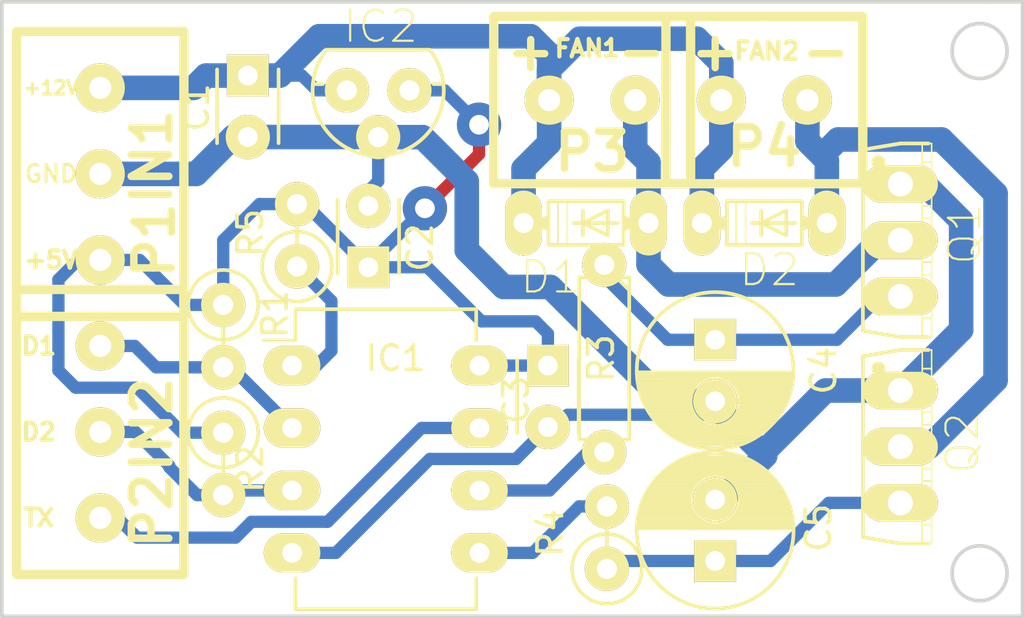
<source format=kicad_pcb>
(kicad_pcb (version 4) (host pcbnew 4.0.1-stable)

  (general
    (links 38)
    (no_connects 0)
    (area 59.908439 59.47765 101.575001 86.717857)
    (thickness 1.6)
    (drawings 18)
    (tracks 151)
    (zones 0)
    (modules 20)
    (nets 14)
  )

  (page A4)
  (layers
    (0 F.Cu signal)
    (31 B.Cu signal)
    (32 B.Adhes user hide)
    (33 F.Adhes user hide)
    (34 B.Paste user hide)
    (35 F.Paste user hide)
    (36 B.SilkS user)
    (37 F.SilkS user)
    (38 B.Mask user hide)
    (39 F.Mask user hide)
    (40 Dwgs.User user hide)
    (41 Cmts.User user hide)
    (42 Eco1.User user hide)
    (43 Eco2.User user hide)
    (44 Edge.Cuts user)
    (45 Margin user hide)
    (46 B.CrtYd user hide)
    (47 F.CrtYd user hide)
    (48 B.Fab user hide)
    (49 F.Fab user hide)
  )

  (setup
    (last_trace_width 0.5)
    (user_trace_width 1)
    (trace_clearance 0.2)
    (zone_clearance 0.508)
    (zone_45_only no)
    (trace_min 0.2)
    (segment_width 0.2)
    (edge_width 0.15)
    (via_size 1.6)
    (via_drill 0.8)
    (via_min_size 1.3)
    (via_min_drill 0.8)
    (user_via 1.8 0.8)
    (uvia_size 0.5)
    (uvia_drill 0.1)
    (uvias_allowed no)
    (uvia_min_size 0.5)
    (uvia_min_drill 0.1)
    (pcb_text_width 0.3)
    (pcb_text_size 1.5 1.5)
    (mod_edge_width 0.15)
    (mod_text_size 1 1)
    (mod_text_width 0.15)
    (pad_size 2 2)
    (pad_drill 0.9)
    (pad_to_mask_clearance 0.2)
    (aux_axis_origin 0 0)
    (visible_elements 7FFEFFFF)
    (pcbplotparams
      (layerselection 0x00030_80000001)
      (usegerberextensions false)
      (excludeedgelayer true)
      (linewidth 0.100000)
      (plotframeref false)
      (viasonmask false)
      (mode 1)
      (useauxorigin false)
      (hpglpennumber 1)
      (hpglpenspeed 20)
      (hpglpendiameter 15)
      (hpglpenoverlay 2)
      (psnegative false)
      (psa4output false)
      (plotreference true)
      (plotvalue true)
      (plotinvisibletext false)
      (padsonsilk false)
      (subtractmaskfromsilk false)
      (outputformat 1)
      (mirror false)
      (drillshape 1)
      (scaleselection 1)
      (outputdirectory ""))
  )

  (net 0 "")
  (net 1 VCC12V)
  (net 2 GND)
  (net 3 VCC5V)
  (net 4 "Net-(C4-Pad1)")
  (net 5 "Net-(C5-Pad1)")
  (net 6 "Net-(D1-Pad2)")
  (net 7 "Net-(D2-Pad2)")
  (net 8 "Net-(IC1-Pad1)")
  (net 9 DS1)
  (net 10 DS2)
  (net 11 FAN2)
  (net 12 FAN1)
  (net 13 TX)

  (net_class Default "Это класс цепей по умолчанию."
    (clearance 0.2)
    (trace_width 0.5)
    (via_dia 1.6)
    (via_drill 0.8)
    (uvia_dia 0.5)
    (uvia_drill 0.1)
    (add_net DS1)
    (add_net DS2)
    (add_net FAN1)
    (add_net FAN2)
    (add_net GND)
    (add_net "Net-(C4-Pad1)")
    (add_net "Net-(C5-Pad1)")
    (add_net "Net-(D1-Pad2)")
    (add_net "Net-(D2-Pad2)")
    (add_net "Net-(IC1-Pad1)")
    (add_net TX)
    (add_net VCC12V)
    (add_net VCC5V)
  )

  (net_class pow ""
    (clearance 0.5)
    (trace_width 1)
    (via_dia 1.6)
    (via_drill 0.8)
    (uvia_dia 0.5)
    (uvia_drill 0.1)
  )

  (module Capacitors_ThroughHole:C_Disc_D3_P2.5 (layer F.Cu) (tedit 56E499F6) (tstamp 56DF327C)
    (at 74.9 70.8 90)
    (descr "Capacitor 3mm Disc, Pitch 2.5mm")
    (tags Capacitor)
    (path /56DEF75B)
    (fp_text reference C2 (at 0.8 2.1 90) (layer F.SilkS)
      (effects (font (size 1 1) (thickness 0.15)))
    )
    (fp_text value 104 (at 1.25 2.5 90) (layer F.Fab)
      (effects (font (size 1 1) (thickness 0.15)))
    )
    (fp_line (start -0.9 -1.5) (end 3.4 -1.5) (layer F.CrtYd) (width 0.05))
    (fp_line (start 3.4 -1.5) (end 3.4 1.5) (layer F.CrtYd) (width 0.05))
    (fp_line (start 3.4 1.5) (end -0.9 1.5) (layer F.CrtYd) (width 0.05))
    (fp_line (start -0.9 1.5) (end -0.9 -1.5) (layer F.CrtYd) (width 0.05))
    (fp_line (start -0.25 -1.25) (end 2.75 -1.25) (layer F.SilkS) (width 0.15))
    (fp_line (start 2.75 1.25) (end -0.25 1.25) (layer F.SilkS) (width 0.15))
    (pad 1 thru_hole rect (at 0 0 90) (size 1.7 1.7) (drill 0.8) (layers *.Cu *.Mask F.SilkS)
      (net 3 VCC5V))
    (pad 2 thru_hole circle (at 2.5 0 90) (size 1.8 1.8) (drill 0.8001) (layers *.Cu *.Mask F.SilkS)
      (net 2 GND))
    (model Capacitors_ThroughHole.3dshapes/C_Disc_D3_P2.5.wrl
      (at (xyz 0.0492126 0 0))
      (scale (xyz 1 1 1))
      (rotate (xyz 0 0 0))
    )
  )

  (module Capacitors_ThroughHole:C_Disc_D3_P2.5 (layer F.Cu) (tedit 56E2380E) (tstamp 56DF3276)
    (at 70 63 270)
    (descr "Capacitor 3mm Disc, Pitch 2.5mm")
    (tags Capacitor)
    (path /56DEF856)
    (fp_text reference C1 (at 1.3 2.1 270) (layer F.SilkS)
      (effects (font (size 1 1) (thickness 0.15)))
    )
    (fp_text value 104 (at 1.25 2.5 270) (layer F.Fab)
      (effects (font (size 1 1) (thickness 0.15)))
    )
    (fp_line (start -0.9 -1.5) (end 3.4 -1.5) (layer F.CrtYd) (width 0.05))
    (fp_line (start 3.4 -1.5) (end 3.4 1.5) (layer F.CrtYd) (width 0.05))
    (fp_line (start 3.4 1.5) (end -0.9 1.5) (layer F.CrtYd) (width 0.05))
    (fp_line (start -0.9 1.5) (end -0.9 -1.5) (layer F.CrtYd) (width 0.05))
    (fp_line (start -0.25 -1.25) (end 2.75 -1.25) (layer F.SilkS) (width 0.15))
    (fp_line (start 2.75 1.25) (end -0.25 1.25) (layer F.SilkS) (width 0.15))
    (pad 1 thru_hole rect (at 0 0 270) (size 1.7 1.7) (drill 0.8) (layers *.Cu *.Mask F.SilkS)
      (net 1 VCC12V))
    (pad 2 thru_hole circle (at 2.5 0 270) (size 1.8 1.8) (drill 0.8001) (layers *.Cu *.Mask F.SilkS)
      (net 2 GND))
    (model Capacitors_ThroughHole.3dshapes/C_Disc_D3_P2.5.wrl
      (at (xyz 0.0492126 0 0))
      (scale (xyz 1 1 1))
      (rotate (xyz 0 0 0))
    )
  )

  (module Capacitors_ThroughHole:C_Disc_D3_P2.5 (layer F.Cu) (tedit 56E33564) (tstamp 56DF3282)
    (at 82.2 74.8 270)
    (descr "Capacitor 3mm Disc, Pitch 2.5mm")
    (tags Capacitor)
    (path /56DEF59A)
    (fp_text reference C3 (at 1.4 1.3 270) (layer F.SilkS)
      (effects (font (size 1 1) (thickness 0.15)))
    )
    (fp_text value 104 (at 1.25 2.5 270) (layer F.Fab)
      (effects (font (size 1 1) (thickness 0.15)))
    )
    (fp_line (start -0.9 -1.5) (end 3.4 -1.5) (layer F.CrtYd) (width 0.05))
    (fp_line (start 3.4 -1.5) (end 3.4 1.5) (layer F.CrtYd) (width 0.05))
    (fp_line (start 3.4 1.5) (end -0.9 1.5) (layer F.CrtYd) (width 0.05))
    (fp_line (start -0.9 1.5) (end -0.9 -1.5) (layer F.CrtYd) (width 0.05))
    (fp_line (start -0.25 -1.25) (end 2.75 -1.25) (layer F.SilkS) (width 0.15))
    (fp_line (start 2.75 1.25) (end -0.25 1.25) (layer F.SilkS) (width 0.15))
    (pad 1 thru_hole rect (at 0 0 270) (size 1.7 1.7) (drill 0.8) (layers *.Cu *.Mask F.SilkS)
      (net 3 VCC5V))
    (pad 2 thru_hole circle (at 2.5 0 270) (size 1.8 1.8) (drill 0.8001) (layers *.Cu *.Mask F.SilkS)
      (net 2 GND))
    (model Capacitors_ThroughHole.3dshapes/C_Disc_D3_P2.5.wrl
      (at (xyz 0.0492126 0 0))
      (scale (xyz 1 1 1))
      (rotate (xyz 0 0 0))
    )
  )

  (module Capacitors_ThroughHole:C_Radial_D6.3_L11.2_P2.5 (layer F.Cu) (tedit 56E4999E) (tstamp 56DF3288)
    (at 89 73.75 270)
    (descr "Radial Electrolytic Capacitor, Diameter 6.3mm x Length 11.2mm, Pitch 2.5mm")
    (tags "Electrolytic Capacitor")
    (path /56DEF6F4)
    (fp_text reference C4 (at 1.25 -4.4 270) (layer F.SilkS)
      (effects (font (size 1 1) (thickness 0.15)))
    )
    (fp_text value "100,0 x 16v" (at 1.25 4.4 270) (layer F.Fab)
      (effects (font (size 1 1) (thickness 0.15)))
    )
    (fp_line (start 1.325 -3.149) (end 1.325 3.149) (layer F.SilkS) (width 0.15))
    (fp_line (start 1.465 -3.143) (end 1.465 3.143) (layer F.SilkS) (width 0.15))
    (fp_line (start 1.605 -3.13) (end 1.605 -0.446) (layer F.SilkS) (width 0.15))
    (fp_line (start 1.605 0.446) (end 1.605 3.13) (layer F.SilkS) (width 0.15))
    (fp_line (start 1.745 -3.111) (end 1.745 -0.656) (layer F.SilkS) (width 0.15))
    (fp_line (start 1.745 0.656) (end 1.745 3.111) (layer F.SilkS) (width 0.15))
    (fp_line (start 1.885 -3.085) (end 1.885 -0.789) (layer F.SilkS) (width 0.15))
    (fp_line (start 1.885 0.789) (end 1.885 3.085) (layer F.SilkS) (width 0.15))
    (fp_line (start 2.025 -3.053) (end 2.025 -0.88) (layer F.SilkS) (width 0.15))
    (fp_line (start 2.025 0.88) (end 2.025 3.053) (layer F.SilkS) (width 0.15))
    (fp_line (start 2.165 -3.014) (end 2.165 -0.942) (layer F.SilkS) (width 0.15))
    (fp_line (start 2.165 0.942) (end 2.165 3.014) (layer F.SilkS) (width 0.15))
    (fp_line (start 2.305 -2.968) (end 2.305 -0.981) (layer F.SilkS) (width 0.15))
    (fp_line (start 2.305 0.981) (end 2.305 2.968) (layer F.SilkS) (width 0.15))
    (fp_line (start 2.445 -2.915) (end 2.445 -0.998) (layer F.SilkS) (width 0.15))
    (fp_line (start 2.445 0.998) (end 2.445 2.915) (layer F.SilkS) (width 0.15))
    (fp_line (start 2.585 -2.853) (end 2.585 -0.996) (layer F.SilkS) (width 0.15))
    (fp_line (start 2.585 0.996) (end 2.585 2.853) (layer F.SilkS) (width 0.15))
    (fp_line (start 2.725 -2.783) (end 2.725 -0.974) (layer F.SilkS) (width 0.15))
    (fp_line (start 2.725 0.974) (end 2.725 2.783) (layer F.SilkS) (width 0.15))
    (fp_line (start 2.865 -2.704) (end 2.865 -0.931) (layer F.SilkS) (width 0.15))
    (fp_line (start 2.865 0.931) (end 2.865 2.704) (layer F.SilkS) (width 0.15))
    (fp_line (start 3.005 -2.616) (end 3.005 -0.863) (layer F.SilkS) (width 0.15))
    (fp_line (start 3.005 0.863) (end 3.005 2.616) (layer F.SilkS) (width 0.15))
    (fp_line (start 3.145 -2.516) (end 3.145 -0.764) (layer F.SilkS) (width 0.15))
    (fp_line (start 3.145 0.764) (end 3.145 2.516) (layer F.SilkS) (width 0.15))
    (fp_line (start 3.285 -2.404) (end 3.285 -0.619) (layer F.SilkS) (width 0.15))
    (fp_line (start 3.285 0.619) (end 3.285 2.404) (layer F.SilkS) (width 0.15))
    (fp_line (start 3.425 -2.279) (end 3.425 -0.38) (layer F.SilkS) (width 0.15))
    (fp_line (start 3.425 0.38) (end 3.425 2.279) (layer F.SilkS) (width 0.15))
    (fp_line (start 3.565 -2.136) (end 3.565 2.136) (layer F.SilkS) (width 0.15))
    (fp_line (start 3.705 -1.974) (end 3.705 1.974) (layer F.SilkS) (width 0.15))
    (fp_line (start 3.845 -1.786) (end 3.845 1.786) (layer F.SilkS) (width 0.15))
    (fp_line (start 3.985 -1.563) (end 3.985 1.563) (layer F.SilkS) (width 0.15))
    (fp_line (start 4.125 -1.287) (end 4.125 1.287) (layer F.SilkS) (width 0.15))
    (fp_line (start 4.265 -0.912) (end 4.265 0.912) (layer F.SilkS) (width 0.15))
    (fp_circle (center 2.5 0) (end 2.5 -1) (layer F.SilkS) (width 0.15))
    (fp_circle (center 1.25 0) (end 1.25 -3.1875) (layer F.SilkS) (width 0.15))
    (fp_circle (center 1.25 0) (end 1.25 -3.4) (layer F.CrtYd) (width 0.05))
    (pad 2 thru_hole circle (at 2.5 0 270) (size 1.8 1.8) (drill 0.8) (layers *.Cu *.Mask F.SilkS)
      (net 2 GND))
    (pad 1 thru_hole rect (at 0 0 270) (size 1.7 1.7) (drill 0.8) (layers *.Cu *.Mask F.SilkS)
      (net 4 "Net-(C4-Pad1)"))
    (model Capacitors_ThroughHole.3dshapes/C_Radial_D6.3_L11.2_P2.5.wrl
      (at (xyz 0 0 0))
      (scale (xyz 1 1 1))
      (rotate (xyz 0 0 0))
    )
  )

  (module Capacitors_ThroughHole:C_Radial_D6.3_L11.2_P2.5 (layer F.Cu) (tedit 56E23746) (tstamp 56DF328E)
    (at 89 82.75 90)
    (descr "Radial Electrolytic Capacitor, Diameter 6.3mm x Length 11.2mm, Pitch 2.5mm")
    (tags "Electrolytic Capacitor")
    (path /56DEF659)
    (fp_text reference C5 (at 1.35 4.2 90) (layer F.SilkS)
      (effects (font (size 1 1) (thickness 0.15)))
    )
    (fp_text value "100,0 x 16v" (at 1.25 4.4 90) (layer F.Fab)
      (effects (font (size 1 1) (thickness 0.15)))
    )
    (fp_line (start 1.325 -3.149) (end 1.325 3.149) (layer F.SilkS) (width 0.15))
    (fp_line (start 1.465 -3.143) (end 1.465 3.143) (layer F.SilkS) (width 0.15))
    (fp_line (start 1.605 -3.13) (end 1.605 -0.446) (layer F.SilkS) (width 0.15))
    (fp_line (start 1.605 0.446) (end 1.605 3.13) (layer F.SilkS) (width 0.15))
    (fp_line (start 1.745 -3.111) (end 1.745 -0.656) (layer F.SilkS) (width 0.15))
    (fp_line (start 1.745 0.656) (end 1.745 3.111) (layer F.SilkS) (width 0.15))
    (fp_line (start 1.885 -3.085) (end 1.885 -0.789) (layer F.SilkS) (width 0.15))
    (fp_line (start 1.885 0.789) (end 1.885 3.085) (layer F.SilkS) (width 0.15))
    (fp_line (start 2.025 -3.053) (end 2.025 -0.88) (layer F.SilkS) (width 0.15))
    (fp_line (start 2.025 0.88) (end 2.025 3.053) (layer F.SilkS) (width 0.15))
    (fp_line (start 2.165 -3.014) (end 2.165 -0.942) (layer F.SilkS) (width 0.15))
    (fp_line (start 2.165 0.942) (end 2.165 3.014) (layer F.SilkS) (width 0.15))
    (fp_line (start 2.305 -2.968) (end 2.305 -0.981) (layer F.SilkS) (width 0.15))
    (fp_line (start 2.305 0.981) (end 2.305 2.968) (layer F.SilkS) (width 0.15))
    (fp_line (start 2.445 -2.915) (end 2.445 -0.998) (layer F.SilkS) (width 0.15))
    (fp_line (start 2.445 0.998) (end 2.445 2.915) (layer F.SilkS) (width 0.15))
    (fp_line (start 2.585 -2.853) (end 2.585 -0.996) (layer F.SilkS) (width 0.15))
    (fp_line (start 2.585 0.996) (end 2.585 2.853) (layer F.SilkS) (width 0.15))
    (fp_line (start 2.725 -2.783) (end 2.725 -0.974) (layer F.SilkS) (width 0.15))
    (fp_line (start 2.725 0.974) (end 2.725 2.783) (layer F.SilkS) (width 0.15))
    (fp_line (start 2.865 -2.704) (end 2.865 -0.931) (layer F.SilkS) (width 0.15))
    (fp_line (start 2.865 0.931) (end 2.865 2.704) (layer F.SilkS) (width 0.15))
    (fp_line (start 3.005 -2.616) (end 3.005 -0.863) (layer F.SilkS) (width 0.15))
    (fp_line (start 3.005 0.863) (end 3.005 2.616) (layer F.SilkS) (width 0.15))
    (fp_line (start 3.145 -2.516) (end 3.145 -0.764) (layer F.SilkS) (width 0.15))
    (fp_line (start 3.145 0.764) (end 3.145 2.516) (layer F.SilkS) (width 0.15))
    (fp_line (start 3.285 -2.404) (end 3.285 -0.619) (layer F.SilkS) (width 0.15))
    (fp_line (start 3.285 0.619) (end 3.285 2.404) (layer F.SilkS) (width 0.15))
    (fp_line (start 3.425 -2.279) (end 3.425 -0.38) (layer F.SilkS) (width 0.15))
    (fp_line (start 3.425 0.38) (end 3.425 2.279) (layer F.SilkS) (width 0.15))
    (fp_line (start 3.565 -2.136) (end 3.565 2.136) (layer F.SilkS) (width 0.15))
    (fp_line (start 3.705 -1.974) (end 3.705 1.974) (layer F.SilkS) (width 0.15))
    (fp_line (start 3.845 -1.786) (end 3.845 1.786) (layer F.SilkS) (width 0.15))
    (fp_line (start 3.985 -1.563) (end 3.985 1.563) (layer F.SilkS) (width 0.15))
    (fp_line (start 4.125 -1.287) (end 4.125 1.287) (layer F.SilkS) (width 0.15))
    (fp_line (start 4.265 -0.912) (end 4.265 0.912) (layer F.SilkS) (width 0.15))
    (fp_circle (center 2.5 0) (end 2.5 -1) (layer F.SilkS) (width 0.15))
    (fp_circle (center 1.25 0) (end 1.25 -3.1875) (layer F.SilkS) (width 0.15))
    (fp_circle (center 1.25 0) (end 1.25 -3.4) (layer F.CrtYd) (width 0.05))
    (pad 2 thru_hole circle (at 2.5 0 90) (size 1.8 1.8) (drill 0.8) (layers *.Cu *.Mask F.SilkS)
      (net 2 GND))
    (pad 1 thru_hole rect (at 0 0 90) (size 1.7 1.7) (drill 0.8) (layers *.Cu *.Mask F.SilkS)
      (net 5 "Net-(C5-Pad1)"))
    (model Capacitors_ThroughHole.3dshapes/C_Radial_D6.3_L11.2_P2.5.wrl
      (at (xyz 0 0 0))
      (scale (xyz 1 1 1))
      (rotate (xyz 0 0 0))
    )
  )

  (module Housings_DIP:DIP-8_W7.62mm_LongPads (layer F.Cu) (tedit 56E237BF) (tstamp 56DF32A6)
    (at 71.8 74.8)
    (descr "8-lead dip package, row spacing 7.62 mm (300 mils), longer pads")
    (tags "dil dip 2.54 300")
    (path /56DEF1A3)
    (fp_text reference IC1 (at 4.2 -0.3) (layer F.SilkS)
      (effects (font (size 1 1) (thickness 0.15)))
    )
    (fp_text value ATTINY85-P (at 0 -3.72) (layer F.Fab)
      (effects (font (size 1 1) (thickness 0.15)))
    )
    (fp_line (start -1.4 -2.45) (end -1.4 10.1) (layer F.CrtYd) (width 0.05))
    (fp_line (start 9 -2.45) (end 9 10.1) (layer F.CrtYd) (width 0.05))
    (fp_line (start -1.4 -2.45) (end 9 -2.45) (layer F.CrtYd) (width 0.05))
    (fp_line (start -1.4 10.1) (end 9 10.1) (layer F.CrtYd) (width 0.05))
    (fp_line (start 0.135 -2.295) (end 0.135 -1.025) (layer F.SilkS) (width 0.15))
    (fp_line (start 7.485 -2.295) (end 7.485 -1.025) (layer F.SilkS) (width 0.15))
    (fp_line (start 7.485 9.915) (end 7.485 8.645) (layer F.SilkS) (width 0.15))
    (fp_line (start 0.135 9.915) (end 0.135 8.645) (layer F.SilkS) (width 0.15))
    (fp_line (start 0.135 -2.295) (end 7.485 -2.295) (layer F.SilkS) (width 0.15))
    (fp_line (start 0.135 9.915) (end 7.485 9.915) (layer F.SilkS) (width 0.15))
    (fp_line (start 0.135 -1.025) (end -1.15 -1.025) (layer F.SilkS) (width 0.15))
    (pad 1 thru_hole oval (at 0 0) (size 2.3 1.6) (drill 0.8) (layers *.Cu *.Mask F.SilkS)
      (net 8 "Net-(IC1-Pad1)"))
    (pad 2 thru_hole oval (at 0 2.54) (size 2.3 1.6) (drill 0.8) (layers *.Cu *.Mask F.SilkS)
      (net 9 DS1))
    (pad 3 thru_hole oval (at 0 5.08) (size 2.3 1.6) (drill 0.8) (layers *.Cu *.Mask F.SilkS)
      (net 10 DS2))
    (pad 4 thru_hole oval (at 0 7.62) (size 2.3 1.6) (drill 0.8) (layers *.Cu *.Mask F.SilkS)
      (net 2 GND))
    (pad 5 thru_hole oval (at 7.62 7.62) (size 2.3 1.6) (drill 0.8) (layers *.Cu *.Mask F.SilkS)
      (net 11 FAN2))
    (pad 6 thru_hole oval (at 7.62 5.08) (size 2.3 1.6) (drill 0.8) (layers *.Cu *.Mask F.SilkS)
      (net 12 FAN1))
    (pad 7 thru_hole oval (at 7.62 2.54) (size 2.3 1.6) (drill 0.8) (layers *.Cu *.Mask F.SilkS)
      (net 13 TX))
    (pad 8 thru_hole oval (at 7.62 0) (size 2.3 1.6) (drill 0.8) (layers *.Cu *.Mask F.SilkS)
      (net 3 VCC5V))
    (model Housings_DIP.3dshapes/DIP-8_W7.62mm_LongPads.wrl
      (at (xyz 0 0 0))
      (scale (xyz 1 1 1))
      (rotate (xyz 0 0 0))
    )
  )

  (module conn_dg350:DG350-3.5_3pin (layer F.Cu) (tedit 56E49A1F) (tstamp 56DF32B9)
    (at 64 67 270)
    (path /56DEFBC8)
    (fp_text reference P1 (at 2.7 -2.2 270) (layer F.SilkS)
      (effects (font (thickness 0.3048)))
    )
    (fp_text value IN1 (at -0.7 -2.1 270) (layer F.SilkS)
      (effects (font (thickness 0.3048)))
    )
    (fp_line (start 0 -3.40106) (end -5.79882 -3.40106) (layer F.SilkS) (width 0.381))
    (fp_line (start -5.79882 -3.40106) (end -5.79882 3.40106) (layer F.SilkS) (width 0.381))
    (fp_line (start -5.79882 3.40106) (end 5.79882 3.40106) (layer F.SilkS) (width 0.381))
    (fp_line (start 5.79882 3.40106) (end 5.79882 -3.40106) (layer F.SilkS) (width 0.381))
    (fp_line (start 5.79882 -3.40106) (end 0.09906 -3.40106) (layer F.SilkS) (width 0.381))
    (pad 1 thru_hole circle (at -3.50012 0 270) (size 2 2) (drill 0.9) (layers *.Cu *.Mask F.SilkS)
      (net 1 VCC12V))
    (pad 2 thru_hole circle (at 0 0 270) (size 2 2) (drill 0.9) (layers *.Cu *.Mask F.SilkS)
      (net 2 GND))
    (pad 3 thru_hole circle (at 3.50012 0 270) (size 2 2) (drill 0.9) (layers *.Cu *.Mask F.SilkS)
      (net 3 VCC5V))
  )

  (module conn_dg350:DG350-3.5_3pin (layer F.Cu) (tedit 56E239CA) (tstamp 56DF32C5)
    (at 64 77.5 270)
    (path /56DEFCBC)
    (fp_text reference P2 (at 3.2 -2.1 270) (layer F.SilkS)
      (effects (font (thickness 0.3048)))
    )
    (fp_text value IN2 (at -0.3 -2.1 270) (layer F.SilkS)
      (effects (font (thickness 0.3048)))
    )
    (fp_line (start 0 -3.40106) (end -5.79882 -3.40106) (layer F.SilkS) (width 0.381))
    (fp_line (start -5.79882 -3.40106) (end -5.79882 3.40106) (layer F.SilkS) (width 0.381))
    (fp_line (start -5.79882 3.40106) (end 5.79882 3.40106) (layer F.SilkS) (width 0.381))
    (fp_line (start 5.79882 3.40106) (end 5.79882 -3.40106) (layer F.SilkS) (width 0.381))
    (fp_line (start 5.79882 -3.40106) (end 0.09906 -3.40106) (layer F.SilkS) (width 0.381))
    (pad 1 thru_hole circle (at -3.50012 0 270) (size 2 2) (drill 0.9) (layers *.Cu *.Mask F.SilkS)
      (net 9 DS1))
    (pad 2 thru_hole circle (at 0 0 270) (size 2 2) (drill 0.9) (layers *.Cu *.Mask F.SilkS)
      (net 10 DS2))
    (pad 3 thru_hole circle (at 3.50012 0 270) (size 2 2) (drill 0.9) (layers *.Cu *.Mask F.SilkS)
      (net 13 TX))
  )

  (module conn_dg350:DG350-3.5_2pin (layer F.Cu) (tedit 56E49A70) (tstamp 56DF32D0)
    (at 84 64)
    (path /56DEFA80)
    (fp_text reference P3 (at 0 2.1) (layer F.SilkS)
      (effects (font (thickness 0.3048)))
    )
    (fp_text value FAN1 (at -0.2 -2.1) (layer F.SilkS)
      (effects (font (size 0.7 0.7) (thickness 0.175)))
    )
    (fp_line (start 0 -3.40106) (end -4.0005 -3.40106) (layer F.SilkS) (width 0.381))
    (fp_line (start -4.0005 -3.40106) (end -4.0005 3.40106) (layer F.SilkS) (width 0.381))
    (fp_line (start -4.0005 3.40106) (end 4.0005 3.40106) (layer F.SilkS) (width 0.381))
    (fp_line (start 4.0005 3.40106) (end 4.0005 -3.40106) (layer F.SilkS) (width 0.381))
    (fp_line (start 4.0005 -3.40106) (end 0 -3.40106) (layer F.SilkS) (width 0.381))
    (pad 1 thru_hole circle (at -1.75006 0) (size 2 2) (drill 0.9) (layers *.Cu *.Mask F.SilkS)
      (net 1 VCC12V))
    (pad 2 thru_hole circle (at 1.75006 0) (size 2 2) (drill 0.9) (layers *.Cu *.Mask F.SilkS)
      (net 6 "Net-(D1-Pad2)"))
  )

  (module conn_dg350:DG350-3.5_2pin (layer F.Cu) (tedit 56E2627D) (tstamp 56DF32DB)
    (at 91 64)
    (path /56DEFB67)
    (fp_text reference P4 (at 0 1.9) (layer F.SilkS)
      (effects (font (thickness 0.3048)))
    )
    (fp_text value FAN2 (at 0.1 -2) (layer F.SilkS)
      (effects (font (size 0.7 0.7) (thickness 0.175)))
    )
    (fp_line (start 0 -3.40106) (end -4.0005 -3.40106) (layer F.SilkS) (width 0.381))
    (fp_line (start -4.0005 -3.40106) (end -4.0005 3.40106) (layer F.SilkS) (width 0.381))
    (fp_line (start -4.0005 3.40106) (end 4.0005 3.40106) (layer F.SilkS) (width 0.381))
    (fp_line (start 4.0005 3.40106) (end 4.0005 -3.40106) (layer F.SilkS) (width 0.381))
    (fp_line (start 4.0005 -3.40106) (end 0 -3.40106) (layer F.SilkS) (width 0.381))
    (pad 1 thru_hole circle (at -1.75006 0) (size 2 2) (drill 0.9) (layers *.Cu *.Mask F.SilkS)
      (net 1 VCC12V))
    (pad 2 thru_hole circle (at 1.75006 0) (size 2 2) (drill 0.9) (layers *.Cu *.Mask F.SilkS)
      (net 7 "Net-(D2-Pad2)"))
  )

  (module transistor-pnp:transistor-pnp-TO126V (layer F.Cu) (tedit 56E23A72) (tstamp 56DF32E2)
    (at 97.8 69.7 270)
    (descr TO-126)
    (tags TO-126)
    (path /56DEF083)
    (attr virtual)
    (fp_text reference Q1 (at -0.25 -1.35 270) (layer F.SilkS)
      (effects (font (size 1.27 1.27) (thickness 0.0889)))
    )
    (fp_text value BD139 (at -0.1778 5.6896 270) (layer B.SilkS) hide
      (effects (font (size 1.27 1.27) (thickness 0.0889)) (justify mirror))
    )
    (fp_line (start -3.937 0.381) (end -3.175 0.381) (layer F.SilkS) (width 0.06604))
    (fp_line (start -3.175 0.381) (end -3.175 0) (layer F.SilkS) (width 0.06604))
    (fp_line (start -3.937 0) (end -3.175 0) (layer F.SilkS) (width 0.06604))
    (fp_line (start -3.937 0.381) (end -3.937 0) (layer F.SilkS) (width 0.06604))
    (fp_line (start -1.397 0.381) (end -0.889 0.381) (layer F.SilkS) (width 0.06604))
    (fp_line (start -0.889 0.381) (end -0.889 0) (layer F.SilkS) (width 0.06604))
    (fp_line (start -1.397 0) (end -0.889 0) (layer F.SilkS) (width 0.06604))
    (fp_line (start -1.397 0.381) (end -1.397 0) (layer F.SilkS) (width 0.06604))
    (fp_line (start 0.889 0.381) (end 1.397 0.381) (layer F.SilkS) (width 0.06604))
    (fp_line (start 1.397 0.381) (end 1.397 0) (layer F.SilkS) (width 0.06604))
    (fp_line (start 0.889 0) (end 1.397 0) (layer F.SilkS) (width 0.06604))
    (fp_line (start 0.889 0.381) (end 0.889 0) (layer F.SilkS) (width 0.06604))
    (fp_line (start 3.175 0.381) (end 3.937 0.381) (layer F.SilkS) (width 0.06604))
    (fp_line (start 3.937 0.381) (end 3.937 0) (layer F.SilkS) (width 0.06604))
    (fp_line (start 3.175 0) (end 3.937 0) (layer F.SilkS) (width 0.06604))
    (fp_line (start 3.175 0.381) (end 3.175 0) (layer F.SilkS) (width 0.06604))
    (fp_line (start -3.175 0.381) (end -1.397 0.381) (layer F.SilkS) (width 0.06604))
    (fp_line (start -1.397 0.381) (end -1.397 0) (layer F.SilkS) (width 0.06604))
    (fp_line (start -3.175 0) (end -1.397 0) (layer F.SilkS) (width 0.06604))
    (fp_line (start -3.175 0.381) (end -3.175 0) (layer F.SilkS) (width 0.06604))
    (fp_line (start -0.889 0.381) (end 0.889 0.381) (layer F.SilkS) (width 0.06604))
    (fp_line (start 0.889 0.381) (end 0.889 0) (layer F.SilkS) (width 0.06604))
    (fp_line (start -0.889 0) (end 0.889 0) (layer F.SilkS) (width 0.06604))
    (fp_line (start -0.889 0.381) (end -0.889 0) (layer F.SilkS) (width 0.06604))
    (fp_line (start 1.397 0.381) (end 3.175 0.381) (layer F.SilkS) (width 0.06604))
    (fp_line (start 3.175 0.381) (end 3.175 0) (layer F.SilkS) (width 0.06604))
    (fp_line (start 1.397 0) (end 3.175 0) (layer F.SilkS) (width 0.06604))
    (fp_line (start 1.397 0.381) (end 1.397 0) (layer F.SilkS) (width 0.06604))
    (fp_line (start -3.937 0.127) (end -3.937 1.27) (layer F.SilkS) (width 0.1524))
    (fp_line (start -3.937 1.27) (end -3.683 2.794) (layer F.SilkS) (width 0.1524))
    (fp_line (start 3.683 2.794) (end 3.937 1.27) (layer F.SilkS) (width 0.1524))
    (fp_line (start 3.937 1.27) (end 3.937 0.127) (layer F.SilkS) (width 0.1524))
    (fp_line (start -3.683 2.794) (end -2.794 2.794) (layer F.SilkS) (width 0.1524))
    (fp_line (start -2.794 2.794) (end -1.778 2.794) (layer F.SilkS) (width 0.1524))
    (fp_line (start -1.778 2.794) (end -0.508 2.794) (layer F.SilkS) (width 0.1524))
    (fp_line (start -0.508 2.794) (end 0.508 2.794) (layer F.SilkS) (width 0.1524))
    (fp_line (start 0.508 2.794) (end 1.778 2.794) (layer F.SilkS) (width 0.1524))
    (fp_line (start 1.778 2.794) (end 2.794 2.794) (layer F.SilkS) (width 0.1524))
    (fp_line (start 2.794 2.794) (end 3.683 2.794) (layer F.SilkS) (width 0.1524))
    (fp_circle (center -3.175 2.159) (end -3.3782 2.3622) (layer F.SilkS) (width 0))
    (pad 1 thru_hole oval (at -2.286 1.27 270) (size 1.524 3.048) (drill 1.016) (layers *.Cu F.Paste F.SilkS F.Mask)
      (net 2 GND))
    (pad 2 thru_hole oval (at 0 1.27 270) (size 1.524 3.048) (drill 1.016) (layers *.Cu F.Paste F.SilkS F.Mask)
      (net 6 "Net-(D1-Pad2)"))
    (pad 3 thru_hole oval (at 2.286 1.27 270) (size 1.524 3.048) (drill 1.016) (layers *.Cu F.Paste F.SilkS F.Mask)
      (net 4 "Net-(C4-Pad1)"))
  )

  (module transistor-pnp:transistor-pnp-TO126V (layer F.Cu) (tedit 56E23A8C) (tstamp 56DF32E9)
    (at 97.8 78.1 270)
    (descr TO-126)
    (tags TO-126)
    (path /56DEF146)
    (attr virtual)
    (fp_text reference Q2 (at -0.15 -1.25 270) (layer F.SilkS)
      (effects (font (size 1.27 1.27) (thickness 0.0889)))
    )
    (fp_text value BD139 (at -0.1778 5.6896 270) (layer B.SilkS) hide
      (effects (font (size 1.27 1.27) (thickness 0.0889)) (justify mirror))
    )
    (fp_line (start -3.937 0.381) (end -3.175 0.381) (layer F.SilkS) (width 0.06604))
    (fp_line (start -3.175 0.381) (end -3.175 0) (layer F.SilkS) (width 0.06604))
    (fp_line (start -3.937 0) (end -3.175 0) (layer F.SilkS) (width 0.06604))
    (fp_line (start -3.937 0.381) (end -3.937 0) (layer F.SilkS) (width 0.06604))
    (fp_line (start -1.397 0.381) (end -0.889 0.381) (layer F.SilkS) (width 0.06604))
    (fp_line (start -0.889 0.381) (end -0.889 0) (layer F.SilkS) (width 0.06604))
    (fp_line (start -1.397 0) (end -0.889 0) (layer F.SilkS) (width 0.06604))
    (fp_line (start -1.397 0.381) (end -1.397 0) (layer F.SilkS) (width 0.06604))
    (fp_line (start 0.889 0.381) (end 1.397 0.381) (layer F.SilkS) (width 0.06604))
    (fp_line (start 1.397 0.381) (end 1.397 0) (layer F.SilkS) (width 0.06604))
    (fp_line (start 0.889 0) (end 1.397 0) (layer F.SilkS) (width 0.06604))
    (fp_line (start 0.889 0.381) (end 0.889 0) (layer F.SilkS) (width 0.06604))
    (fp_line (start 3.175 0.381) (end 3.937 0.381) (layer F.SilkS) (width 0.06604))
    (fp_line (start 3.937 0.381) (end 3.937 0) (layer F.SilkS) (width 0.06604))
    (fp_line (start 3.175 0) (end 3.937 0) (layer F.SilkS) (width 0.06604))
    (fp_line (start 3.175 0.381) (end 3.175 0) (layer F.SilkS) (width 0.06604))
    (fp_line (start -3.175 0.381) (end -1.397 0.381) (layer F.SilkS) (width 0.06604))
    (fp_line (start -1.397 0.381) (end -1.397 0) (layer F.SilkS) (width 0.06604))
    (fp_line (start -3.175 0) (end -1.397 0) (layer F.SilkS) (width 0.06604))
    (fp_line (start -3.175 0.381) (end -3.175 0) (layer F.SilkS) (width 0.06604))
    (fp_line (start -0.889 0.381) (end 0.889 0.381) (layer F.SilkS) (width 0.06604))
    (fp_line (start 0.889 0.381) (end 0.889 0) (layer F.SilkS) (width 0.06604))
    (fp_line (start -0.889 0) (end 0.889 0) (layer F.SilkS) (width 0.06604))
    (fp_line (start -0.889 0.381) (end -0.889 0) (layer F.SilkS) (width 0.06604))
    (fp_line (start 1.397 0.381) (end 3.175 0.381) (layer F.SilkS) (width 0.06604))
    (fp_line (start 3.175 0.381) (end 3.175 0) (layer F.SilkS) (width 0.06604))
    (fp_line (start 1.397 0) (end 3.175 0) (layer F.SilkS) (width 0.06604))
    (fp_line (start 1.397 0.381) (end 1.397 0) (layer F.SilkS) (width 0.06604))
    (fp_line (start -3.937 0.127) (end -3.937 1.27) (layer F.SilkS) (width 0.1524))
    (fp_line (start -3.937 1.27) (end -3.683 2.794) (layer F.SilkS) (width 0.1524))
    (fp_line (start 3.683 2.794) (end 3.937 1.27) (layer F.SilkS) (width 0.1524))
    (fp_line (start 3.937 1.27) (end 3.937 0.127) (layer F.SilkS) (width 0.1524))
    (fp_line (start -3.683 2.794) (end -2.794 2.794) (layer F.SilkS) (width 0.1524))
    (fp_line (start -2.794 2.794) (end -1.778 2.794) (layer F.SilkS) (width 0.1524))
    (fp_line (start -1.778 2.794) (end -0.508 2.794) (layer F.SilkS) (width 0.1524))
    (fp_line (start -0.508 2.794) (end 0.508 2.794) (layer F.SilkS) (width 0.1524))
    (fp_line (start 0.508 2.794) (end 1.778 2.794) (layer F.SilkS) (width 0.1524))
    (fp_line (start 1.778 2.794) (end 2.794 2.794) (layer F.SilkS) (width 0.1524))
    (fp_line (start 2.794 2.794) (end 3.683 2.794) (layer F.SilkS) (width 0.1524))
    (fp_circle (center -3.175 2.159) (end -3.3782 2.3622) (layer F.SilkS) (width 0))
    (pad 1 thru_hole oval (at -2.286 1.27 270) (size 1.524 3.048) (drill 1.016) (layers *.Cu F.Paste F.SilkS F.Mask)
      (net 2 GND))
    (pad 2 thru_hole oval (at 0 1.27 270) (size 1.524 3.048) (drill 1.016) (layers *.Cu F.Paste F.SilkS F.Mask)
      (net 7 "Net-(D2-Pad2)"))
    (pad 3 thru_hole oval (at 2.286 1.27 270) (size 1.524 3.048) (drill 1.016) (layers *.Cu F.Paste F.SilkS F.Mask)
      (net 5 "Net-(C5-Pad1)"))
  )

  (module Discret:R1 (layer F.Cu) (tedit 56E333C1) (tstamp 56DF32EF)
    (at 69 73.6 270)
    (descr "Resistance verticale")
    (tags R)
    (path /56DEF392)
    (fp_text reference R1 (at -0.9 -2.1 270) (layer F.SilkS)
      (effects (font (size 1 1) (thickness 0.15)))
    )
    (fp_text value 4K7 (at -1.143 2.54 270) (layer F.Fab)
      (effects (font (size 1 1) (thickness 0.15)))
    )
    (fp_line (start -1.27 0) (end 1.27 0) (layer F.SilkS) (width 0.15))
    (fp_circle (center -1.27 0) (end -0.635 1.27) (layer F.SilkS) (width 0.15))
    (pad 1 thru_hole circle (at -1.27 0 270) (size 1.8 1.8) (drill 0.8128) (layers *.Cu *.Mask F.SilkS)
      (net 3 VCC5V))
    (pad 2 thru_hole circle (at 1.27 0 270) (size 1.8 1.8) (drill 0.8128) (layers *.Cu *.Mask F.SilkS)
      (net 9 DS1))
    (model Discret.3dshapes/R1.wrl
      (at (xyz 0 0 0))
      (scale (xyz 1 1 1))
      (rotate (xyz 0 0 0))
    )
  )

  (module Discret:R1 (layer F.Cu) (tedit 56E23A21) (tstamp 56DF32F5)
    (at 69 78.8 270)
    (descr "Resistance verticale")
    (tags R)
    (path /56DEF481)
    (fp_text reference R2 (at 0.2 -1.1 270) (layer F.SilkS)
      (effects (font (size 1 1) (thickness 0.15)))
    )
    (fp_text value 4K7 (at -1.143 2.54 270) (layer F.Fab)
      (effects (font (size 1 1) (thickness 0.15)))
    )
    (fp_line (start -1.27 0) (end 1.27 0) (layer F.SilkS) (width 0.15))
    (fp_circle (center -1.27 0) (end -0.635 1.27) (layer F.SilkS) (width 0.15))
    (pad 1 thru_hole circle (at -1.27 0 270) (size 1.8 1.8) (drill 0.8128) (layers *.Cu *.Mask F.SilkS)
      (net 3 VCC5V))
    (pad 2 thru_hole circle (at 1.27 0 270) (size 1.8 1.8) (drill 0.8128) (layers *.Cu *.Mask F.SilkS)
      (net 10 DS2))
    (model Discret.3dshapes/R1.wrl
      (at (xyz 0 0 0))
      (scale (xyz 1 1 1))
      (rotate (xyz 0 0 0))
    )
  )

  (module v-reg:v-reg-78LXX (layer F.Cu) (tedit 56E49A39) (tstamp 56E0BBE0)
    (at 75.3 63.6 180)
    (descr "VOLTAGE REGULATOR")
    (tags "VOLTAGE REGULATOR")
    (path /56E0078F)
    (attr virtual)
    (fp_text reference IC2 (at -0.1 2.6 180) (layer F.SilkS)
      (effects (font (size 1.27 1.27) (thickness 0.0889)))
    )
    (fp_text value 78L05 (at 6.35 -1.27 180) (layer B.SilkS) hide
      (effects (font (size 1.27 1.27) (thickness 0.0889)) (justify mirror))
    )
    (fp_line (start -2.09296 1.651) (end 2.09296 1.651) (layer F.SilkS) (width 0.1524))
    (fp_line (start -2.6543 0.254) (end -2.25298 0.254) (layer F.SilkS) (width 0.1524))
    (fp_line (start 2.25298 0.254) (end 2.6543 0.254) (layer F.SilkS) (width 0.1524))
    (fp_arc (start 0 0) (end -2.09296 1.651) (angle 111) (layer F.SilkS) (width 0.1524))
    (fp_arc (start 0 0) (end 0.78486 -2.54762) (angle 111) (layer F.SilkS) (width 0.1524))
    (fp_arc (start 0 0) (end -0.78486 -2.54762) (angle 34.2) (layer F.SilkS) (width 0.1524))
    (pad GND thru_hole circle (at 0 -1.905 180) (size 1.8 1.8) (drill 0.8128) (layers *.Cu F.Paste F.SilkS F.Mask)
      (net 2 GND))
    (pad IN thru_hole circle (at 1.27 0 180) (size 1.8 1.8) (drill 0.8128) (layers *.Cu F.Paste F.SilkS F.Mask)
      (net 1 VCC12V))
    (pad OUT thru_hole circle (at -1.27 0 180) (size 1.8 1.8) (drill 0.8128) (layers *.Cu F.Paste F.SilkS F.Mask)
      (net 3 VCC5V))
  )

  (module diode:diode-DO34-5 (layer F.Cu) (tedit 56E499BD) (tstamp 56E1F66A)
    (at 83.75 69)
    (descr DIODE)
    (tags DIODE)
    (path /56DEF97E)
    (attr virtual)
    (fp_text reference D1 (at -1.45 2.2) (layer F.SilkS)
      (effects (font (size 1.27 1.27) (thickness 0.0889)))
    )
    (fp_text value 1N4148 (at 2.159 1.905) (layer B.SilkS) hide
      (effects (font (size 1.27 1.27) (thickness 0.0889)) (justify mirror))
    )
    (fp_line (start -1.143 0.889) (end -0.762 0.889) (layer F.SilkS) (width 0.06604))
    (fp_line (start -0.762 0.889) (end -0.762 -0.889) (layer F.SilkS) (width 0.06604))
    (fp_line (start -1.143 -0.889) (end -0.762 -0.889) (layer F.SilkS) (width 0.06604))
    (fp_line (start -1.143 0.889) (end -1.143 -0.889) (layer F.SilkS) (width 0.06604))
    (fp_line (start -1.651 0.254) (end -1.524 0.254) (layer F.SilkS) (width 0.06604))
    (fp_line (start -1.524 0.254) (end -1.524 -0.254) (layer F.SilkS) (width 0.06604))
    (fp_line (start -1.651 -0.254) (end -1.524 -0.254) (layer F.SilkS) (width 0.06604))
    (fp_line (start -1.651 0.254) (end -1.651 -0.254) (layer F.SilkS) (width 0.06604))
    (fp_line (start 1.524 0.254) (end 1.651 0.254) (layer F.SilkS) (width 0.06604))
    (fp_line (start 1.651 0.254) (end 1.651 -0.254) (layer F.SilkS) (width 0.06604))
    (fp_line (start 1.524 -0.254) (end 1.651 -0.254) (layer F.SilkS) (width 0.06604))
    (fp_line (start 1.524 0.254) (end 1.524 -0.254) (layer F.SilkS) (width 0.06604))
    (fp_line (start -1.524 0.889) (end 1.524 0.889) (layer F.SilkS) (width 0.1524))
    (fp_line (start 1.524 -0.889) (end -1.524 -0.889) (layer F.SilkS) (width 0.1524))
    (fp_line (start 1.524 0.889) (end 1.524 -0.889) (layer F.SilkS) (width 0.1524))
    (fp_line (start -1.524 -0.889) (end -1.524 0.889) (layer F.SilkS) (width 0.1524))
    (fp_line (start 2.54 0) (end 1.778 0) (layer F.SilkS) (width 0.508))
    (fp_line (start -2.54 0) (end -1.778 0) (layer F.SilkS) (width 0.508))
    (fp_line (start -0.508 0) (end -0.127 0) (layer F.SilkS) (width 0.1524))
    (fp_line (start 0.889 -0.508) (end 0.889 0.508) (layer F.SilkS) (width 0.1524))
    (fp_line (start 0.889 0.508) (end -0.127 0) (layer F.SilkS) (width 0.1524))
    (fp_line (start -0.127 0) (end 1.27 0) (layer F.SilkS) (width 0.1524))
    (fp_line (start -0.127 0) (end 0.889 -0.508) (layer F.SilkS) (width 0.1524))
    (fp_line (start -0.127 -0.508) (end -0.127 0) (layer F.SilkS) (width 0.1524))
    (fp_line (start -0.127 0) (end -0.127 0.508) (layer F.SilkS) (width 0.1524))
    (pad 2 thru_hole oval (at 2.54 0) (size 1.5 2.6416) (drill 0.8128) (layers *.Cu F.Paste F.SilkS F.Mask)
      (net 6 "Net-(D1-Pad2)"))
    (pad 1 thru_hole oval (at -2.54 0) (size 1.5 2.6416) (drill 0.8128) (layers *.Cu F.Paste F.SilkS F.Mask)
      (net 1 VCC12V))
  )

  (module diode:diode-DO34-5 (layer F.Cu) (tedit 56E2375B) (tstamp 56E1F670)
    (at 91 69)
    (descr DIODE)
    (tags DIODE)
    (path /56DEFA31)
    (attr virtual)
    (fp_text reference D2 (at 0.2 1.9) (layer F.SilkS)
      (effects (font (size 1.27 1.27) (thickness 0.0889)))
    )
    (fp_text value 1N4148 (at 2.159 1.905) (layer B.SilkS) hide
      (effects (font (size 1.27 1.27) (thickness 0.0889)) (justify mirror))
    )
    (fp_line (start -1.143 0.889) (end -0.762 0.889) (layer F.SilkS) (width 0.06604))
    (fp_line (start -0.762 0.889) (end -0.762 -0.889) (layer F.SilkS) (width 0.06604))
    (fp_line (start -1.143 -0.889) (end -0.762 -0.889) (layer F.SilkS) (width 0.06604))
    (fp_line (start -1.143 0.889) (end -1.143 -0.889) (layer F.SilkS) (width 0.06604))
    (fp_line (start -1.651 0.254) (end -1.524 0.254) (layer F.SilkS) (width 0.06604))
    (fp_line (start -1.524 0.254) (end -1.524 -0.254) (layer F.SilkS) (width 0.06604))
    (fp_line (start -1.651 -0.254) (end -1.524 -0.254) (layer F.SilkS) (width 0.06604))
    (fp_line (start -1.651 0.254) (end -1.651 -0.254) (layer F.SilkS) (width 0.06604))
    (fp_line (start 1.524 0.254) (end 1.651 0.254) (layer F.SilkS) (width 0.06604))
    (fp_line (start 1.651 0.254) (end 1.651 -0.254) (layer F.SilkS) (width 0.06604))
    (fp_line (start 1.524 -0.254) (end 1.651 -0.254) (layer F.SilkS) (width 0.06604))
    (fp_line (start 1.524 0.254) (end 1.524 -0.254) (layer F.SilkS) (width 0.06604))
    (fp_line (start -1.524 0.889) (end 1.524 0.889) (layer F.SilkS) (width 0.1524))
    (fp_line (start 1.524 -0.889) (end -1.524 -0.889) (layer F.SilkS) (width 0.1524))
    (fp_line (start 1.524 0.889) (end 1.524 -0.889) (layer F.SilkS) (width 0.1524))
    (fp_line (start -1.524 -0.889) (end -1.524 0.889) (layer F.SilkS) (width 0.1524))
    (fp_line (start 2.54 0) (end 1.778 0) (layer F.SilkS) (width 0.508))
    (fp_line (start -2.54 0) (end -1.778 0) (layer F.SilkS) (width 0.508))
    (fp_line (start -0.508 0) (end -0.127 0) (layer F.SilkS) (width 0.1524))
    (fp_line (start 0.889 -0.508) (end 0.889 0.508) (layer F.SilkS) (width 0.1524))
    (fp_line (start 0.889 0.508) (end -0.127 0) (layer F.SilkS) (width 0.1524))
    (fp_line (start -0.127 0) (end 1.27 0) (layer F.SilkS) (width 0.1524))
    (fp_line (start -0.127 0) (end 0.889 -0.508) (layer F.SilkS) (width 0.1524))
    (fp_line (start -0.127 -0.508) (end -0.127 0) (layer F.SilkS) (width 0.1524))
    (fp_line (start -0.127 0) (end -0.127 0.508) (layer F.SilkS) (width 0.1524))
    (pad 2 thru_hole oval (at 2.54 0) (size 1.5 2.6416) (drill 0.8128) (layers *.Cu F.Paste F.SilkS F.Mask)
      (net 7 "Net-(D2-Pad2)"))
    (pad 1 thru_hole oval (at -2.54 0) (size 1.5 2.6416) (drill 0.8128) (layers *.Cu F.Paste F.SilkS F.Mask)
      (net 1 VCC12V))
  )

  (module Discret:R3 (layer F.Cu) (tedit 56E49957) (tstamp 56E20E69)
    (at 84.49 74.51 270)
    (descr "Resitance 3 pas")
    (tags R)
    (path /56DEF1EE)
    (fp_text reference R3 (at 0 0.127 270) (layer F.SilkS)
      (effects (font (size 1 1) (thickness 0.15)))
    )
    (fp_text value 1K (at 0 0.127 270) (layer F.Fab)
      (effects (font (size 1 1) (thickness 0.15)))
    )
    (fp_line (start -3.81 0) (end -3.302 0) (layer F.SilkS) (width 0.15))
    (fp_line (start 3.81 0) (end 3.302 0) (layer F.SilkS) (width 0.15))
    (fp_line (start 3.302 0) (end 3.302 -1.016) (layer F.SilkS) (width 0.15))
    (fp_line (start 3.302 -1.016) (end -3.302 -1.016) (layer F.SilkS) (width 0.15))
    (fp_line (start -3.302 -1.016) (end -3.302 1.016) (layer F.SilkS) (width 0.15))
    (fp_line (start -3.302 1.016) (end 3.302 1.016) (layer F.SilkS) (width 0.15))
    (fp_line (start 3.302 1.016) (end 3.302 0) (layer F.SilkS) (width 0.15))
    (fp_line (start -3.302 -0.508) (end -2.794 -1.016) (layer F.SilkS) (width 0.15))
    (pad 1 thru_hole circle (at -3.81 0 270) (size 1.8 1.8) (drill 0.8128) (layers *.Cu *.Mask F.SilkS)
      (net 4 "Net-(C4-Pad1)"))
    (pad 2 thru_hole circle (at 3.81 0 270) (size 1.8 1.8) (drill 0.8128) (layers *.Cu *.Mask F.SilkS)
      (net 12 FAN1))
    (model Discret.3dshapes/R3.wrl
      (at (xyz 0 0 0))
      (scale (xyz 0.3 0.3 0.3))
      (rotate (xyz 0 0 0))
    )
  )

  (module Discret:R1 (layer F.Cu) (tedit 56E49979) (tstamp 56E20EC7)
    (at 84.6 81.8 90)
    (descr "Resistance verticale")
    (tags R)
    (path /56DEF2FF)
    (fp_text reference R4 (at 0.2 -2.3 90) (layer F.SilkS)
      (effects (font (size 1 1) (thickness 0.15)))
    )
    (fp_text value 1K (at -1.143 2.54 90) (layer F.Fab)
      (effects (font (size 1 1) (thickness 0.15)))
    )
    (fp_line (start -1.27 0) (end 1.27 0) (layer F.SilkS) (width 0.15))
    (fp_circle (center -1.27 0) (end -0.635 1.27) (layer F.SilkS) (width 0.15))
    (pad 1 thru_hole circle (at -1.27 0 90) (size 1.8 1.8) (drill 0.8128) (layers *.Cu *.Mask F.SilkS)
      (net 5 "Net-(C5-Pad1)"))
    (pad 2 thru_hole circle (at 1.27 0 90) (size 1.8 1.8) (drill 0.8128) (layers *.Cu *.Mask F.SilkS)
      (net 11 FAN2))
    (model Discret.3dshapes/R1.wrl
      (at (xyz 0 0 0))
      (scale (xyz 1 1 1))
      (rotate (xyz 0 0 0))
    )
  )

  (module Discret:R1 (layer F.Cu) (tedit 56E499E0) (tstamp 56E21F02)
    (at 72 69.5 90)
    (descr "Resistance verticale")
    (tags R)
    (path /56DF26F3)
    (fp_text reference R5 (at 0.1 -1.9 90) (layer F.SilkS)
      (effects (font (size 1 1) (thickness 0.15)))
    )
    (fp_text value 10K (at -1.143 2.54 90) (layer F.Fab)
      (effects (font (size 1 1) (thickness 0.15)))
    )
    (fp_line (start -1.27 0) (end 1.27 0) (layer F.SilkS) (width 0.15))
    (fp_circle (center -1.27 0) (end -0.635 1.27) (layer F.SilkS) (width 0.15))
    (pad 1 thru_hole circle (at -1.27 0 90) (size 1.8 1.8) (drill 0.8128) (layers *.Cu *.Mask F.SilkS)
      (net 8 "Net-(IC1-Pad1)"))
    (pad 2 thru_hole circle (at 1.27 0 90) (size 1.8 1.8) (drill 0.8128) (layers *.Cu *.Mask F.SilkS)
      (net 3 VCC5V))
    (model Discret.3dshapes/R1.wrl
      (at (xyz 0 0 0))
      (scale (xyz 1 1 1))
      (rotate (xyz 0 0 0))
    )
  )

  (gr_text - (at 93.5 62) (layer F.SilkS)
    (effects (font (size 1.5 1.5) (thickness 0.3)))
  )
  (gr_text + (at 89 62) (layer F.SilkS)
    (effects (font (size 1.5 1.5) (thickness 0.3)))
  )
  (gr_text - (at 86 62) (layer F.SilkS)
    (effects (font (size 1.5 1.5) (thickness 0.3)))
  )
  (gr_text + (at 81.5 62) (layer F.SilkS)
    (effects (font (size 1.5 1.5) (thickness 0.3)))
  )
  (gr_text TX (at 61.5 81) (layer F.SilkS)
    (effects (font (size 0.7 0.7) (thickness 0.175)))
  )
  (gr_text D2 (at 61.5 77.5) (layer F.SilkS)
    (effects (font (size 0.7 0.7) (thickness 0.175)))
  )
  (gr_text D1 (at 61.5 74) (layer F.SilkS)
    (effects (font (size 0.7 0.7) (thickness 0.175)))
  )
  (gr_text +5V (at 62 70.5) (layer F.SilkS)
    (effects (font (size 0.7 0.7) (thickness 0.175)))
  )
  (gr_text GND (at 62 67) (layer F.SilkS)
    (effects (font (size 0.7 0.7) (thickness 0.125)))
  )
  (gr_text +12V (at 62 63.5) (layer F.SilkS)
    (effects (font (size 0.55 0.55) (thickness 0.1375)))
  )
  (gr_circle (center 99.75 83.25) (end 100.75 82.75) (layer Edge.Cuts) (width 0.15) (tstamp 56E23339))
  (gr_circle (center 99.75 62) (end 100.75 61.5) (layer Edge.Cuts) (width 0.15))
  (gr_line (start 101.5 60) (end 100 60) (angle 90) (layer Edge.Cuts) (width 0.15))
  (gr_line (start 101.5 85) (end 100 85) (angle 90) (layer Edge.Cuts) (width 0.15))
  (gr_line (start 101.5 60) (end 101.5 85) (angle 90) (layer Edge.Cuts) (width 0.15))
  (gr_line (start 100 60) (end 60 60) (angle 90) (layer Edge.Cuts) (width 0.15))
  (gr_line (start 60 85) (end 100 85) (angle 90) (layer Edge.Cuts) (width 0.15))
  (gr_line (start 60 60) (end 60 85) (angle 90) (layer Edge.Cuts) (width 0.15))

  (segment (start 70 63) (end 72.2 63) (width 0.5) (layer B.Cu) (net 1))
  (segment (start 72.8 63.6) (end 74.03 63.6) (width 0.5) (layer B.Cu) (net 1) (tstamp 56E257D6))
  (segment (start 72.2 63) (end 72.8 63.6) (width 0.5) (layer B.Cu) (net 1) (tstamp 56E257CD))
  (segment (start 70 63) (end 71.3 63) (width 1) (layer B.Cu) (net 1))
  (segment (start 82.24994 62.14994) (end 82.24994 64) (width 1) (layer B.Cu) (net 1) (tstamp 56E25779))
  (segment (start 81.5 61.4) (end 82.24994 62.14994) (width 1) (layer B.Cu) (net 1) (tstamp 56E25773))
  (segment (start 72.9 61.4) (end 81.5 61.4) (width 1) (layer B.Cu) (net 1) (tstamp 56E25770))
  (segment (start 71.3 63) (end 72.9 61.4) (width 1) (layer B.Cu) (net 1) (tstamp 56E2576C))
  (segment (start 82.24994 63.24994) (end 82.24994 64) (width 1) (layer B.Cu) (net 1) (tstamp 56E25760))
  (segment (start 64 63.49988) (end 67.80012 63.49988) (width 1) (layer B.Cu) (net 1))
  (segment (start 68.3 63) (end 70 63) (width 1) (layer B.Cu) (net 1) (tstamp 56E25746))
  (segment (start 67.80012 63.49988) (end 68.3 63) (width 1) (layer B.Cu) (net 1) (tstamp 56E25740))
  (segment (start 89.2499 66.0001) (end 89.2499 64) (width 1) (layer B.Cu) (net 1))
  (segment (start 88.46 66.79) (end 89.2499 66.0001) (width 1) (layer B.Cu) (net 1))
  (segment (start 88.46 69) (end 88.46 66.79) (width 1) (layer B.Cu) (net 1))
  (segment (start 81.21 66.79) (end 81.21 69) (width 1) (layer B.Cu) (net 1))
  (segment (start 82.2499 65.7501) (end 81.21 66.79) (width 1) (layer B.Cu) (net 1))
  (segment (start 82.2499 64) (end 82.2499 65.7501) (width 1) (layer B.Cu) (net 1))
  (segment (start 82.2499 64) (end 82.2499 62.7501) (width 1) (layer B.Cu) (net 1))
  (segment (start 89.2499 62.4999) (end 89.2499 64) (width 1) (layer B.Cu) (net 1))
  (segment (start 88.25 61.5) (end 89.2499 62.4999) (width 1) (layer B.Cu) (net 1))
  (segment (start 83.5 61.5) (end 88.25 61.5) (width 1) (layer B.Cu) (net 1))
  (segment (start 82.2499 62.7501) (end 83.5 61.5) (width 1) (layer B.Cu) (net 1))
  (segment (start 82.2499 64) (end 82 64.2499) (width 0.25) (layer B.Cu) (net 1))
  (segment (start 82.2499 64) (end 82.2499 62.7501) (width 1) (layer B.Cu) (net 1))
  (segment (start 96.53 67.414) (end 97.514 67.414) (width 1) (layer B.Cu) (net 2))
  (segment (start 97.514 67.414) (end 99 68.9) (width 1) (layer B.Cu) (net 2) (tstamp 56E321E1))
  (segment (start 99 68.9) (end 99 73.344) (width 1) (layer B.Cu) (net 2) (tstamp 56E321E9))
  (segment (start 99 73.344) (end 96.53 75.814) (width 1) (layer B.Cu) (net 2) (tstamp 56E321F3))
  (segment (start 96.53 75.814) (end 93.486 75.814) (width 1) (layer B.Cu) (net 2))
  (segment (start 93.486 75.814) (end 90.936 78.364) (width 1) (layer B.Cu) (net 2) (tstamp 56E321CB))
  (segment (start 89 76.428) (end 90.936 78.364) (width 1) (layer B.Cu) (net 2))
  (segment (start 90.936 78.364) (end 91.036 78.464) (width 1) (layer B.Cu) (net 2) (tstamp 56E321D4))
  (segment (start 91.036 78.464) (end 89.25 80.25) (width 1) (layer B.Cu) (net 2))
  (segment (start 75.3 65.505) (end 75.3 67.3) (width 0.5) (layer B.Cu) (net 2))
  (segment (start 75.3 67.3) (end 74.9 67.7) (width 0.5) (layer B.Cu) (net 2) (tstamp 56E257E1))
  (segment (start 74.9 67.7) (end 74.9 68.3) (width 0.5) (layer B.Cu) (net 2) (tstamp 56E257E5))
  (segment (start 70 65.5) (end 75.295 65.5) (width 1) (layer B.Cu) (net 2))
  (segment (start 75.295 65.5) (end 75.3 65.505) (width 1) (layer B.Cu) (net 2) (tstamp 56E257AB))
  (segment (start 64 67) (end 67.9 67) (width 1) (layer B.Cu) (net 2))
  (segment (start 67.9 67) (end 69.4 65.5) (width 1) (layer B.Cu) (net 2) (tstamp 56E257A3))
  (segment (start 69.4 65.5) (end 70 65.5) (width 1) (layer B.Cu) (net 2) (tstamp 56E257A6))
  (segment (start 89 76.25) (end 86.95 76.25) (width 1) (layer B.Cu) (net 2))
  (segment (start 77.105 65.505) (end 75.3 65.505) (width 1) (layer B.Cu) (net 2) (tstamp 56E2562F))
  (segment (start 78.9 67.3) (end 77.105 65.505) (width 1) (layer B.Cu) (net 2) (tstamp 56E25623))
  (segment (start 78.9 70.1) (end 78.9 67.3) (width 1) (layer B.Cu) (net 2) (tstamp 56E2561B))
  (segment (start 80.4 71.6) (end 78.9 70.1) (width 1) (layer B.Cu) (net 2) (tstamp 56E25618))
  (segment (start 82.3 71.6) (end 80.4 71.6) (width 1) (layer B.Cu) (net 2) (tstamp 56E2560B))
  (segment (start 86.95 76.25) (end 82.3 71.6) (width 1) (layer B.Cu) (net 2) (tstamp 56E25607))
  (segment (start 80.9 78.6) (end 82.2 77.3) (width 0.5) (layer B.Cu) (net 2))
  (segment (start 77.4 78.6) (end 80.9 78.6) (width 0.5) (layer B.Cu) (net 2))
  (segment (start 73.58 82.42) (end 77.4 78.6) (width 0.5) (layer B.Cu) (net 2))
  (segment (start 71.8 82.42) (end 73.58 82.42) (width 0.5) (layer B.Cu) (net 2))
  (segment (start 88.45 76.8) (end 89 76.25) (width 0.5) (layer B.Cu) (net 2))
  (segment (start 83 76.8) (end 88.45 76.8) (width 0.5) (layer B.Cu) (net 2))
  (segment (start 82.5 77.3) (end 83 76.8) (width 0.5) (layer B.Cu) (net 2))
  (segment (start 82.2 77.3) (end 82.5 77.3) (width 0.5) (layer B.Cu) (net 2))
  (segment (start 89 76.25) (end 89 76.428) (width 1) (layer B.Cu) (net 2))
  (segment (start 89.25 80.25) (end 89 80.25) (width 1) (layer B.Cu) (net 2))
  (segment (start 74.9 70.8) (end 74.9 70.7) (width 0.5) (layer B.Cu) (net 3) (status C00000))
  (segment (start 74.9 70.7) (end 77.2 68.4) (width 0.5) (layer B.Cu) (net 3) (tstamp 56E49BCB) (status 400000))
  (segment (start 78 63.6) (end 76.57 63.6) (width 0.5) (layer B.Cu) (net 3) (tstamp 56E49BE5) (status 800000))
  (segment (start 79.4 65) (end 78 63.6) (width 0.5) (layer B.Cu) (net 3) (tstamp 56E49BE4))
  (via (at 79.4 65) (size 1.8) (drill 0.8) (layers F.Cu B.Cu) (net 3))
  (segment (start 79.4 66.2) (end 79.4 65) (width 0.5) (layer F.Cu) (net 3) (tstamp 56E49BD6))
  (segment (start 77.2 68.4) (end 79.4 66.2) (width 0.5) (layer F.Cu) (net 3) (tstamp 56E49BD5))
  (via (at 77.2 68.4) (size 1.8) (drill 0.8) (layers F.Cu B.Cu) (net 3))
  (segment (start 74.9 70.8) (end 77.3 70.8) (width 0.5) (layer B.Cu) (net 3))
  (segment (start 82.2 73.5) (end 82.2 74.8) (width 0.5) (layer B.Cu) (net 3) (tstamp 56E25A6F))
  (segment (start 81.7 73) (end 82.2 73.5) (width 0.5) (layer B.Cu) (net 3) (tstamp 56E25A6D))
  (segment (start 79.5 73) (end 81.7 73) (width 0.5) (layer B.Cu) (net 3) (tstamp 56E25A6A))
  (segment (start 77.3 70.8) (end 79.5 73) (width 0.5) (layer B.Cu) (net 3) (tstamp 56E25A63))
  (segment (start 74.9 70.6) (end 74.9 70.8) (width 0.5) (layer B.Cu) (net 3) (tstamp 56E258D6))
  (segment (start 74.9 70.8) (end 75.42 70.8) (width 0.5) (layer B.Cu) (net 3))
  (segment (start 72 68.23) (end 72.33 68.23) (width 0.5) (layer B.Cu) (net 3))
  (segment (start 72.33 68.23) (end 74.9 70.8) (width 0.5) (layer B.Cu) (net 3) (tstamp 56E257FD))
  (segment (start 79.42 74.8) (end 79.3 74.8) (width 0.5) (layer B.Cu) (net 3))
  (segment (start 69 72.33) (end 69 69.7) (width 0.5) (layer B.Cu) (net 3))
  (segment (start 70.47 68.23) (end 72 68.23) (width 0.5) (layer B.Cu) (net 3) (tstamp 56E25362))
  (segment (start 69 69.7) (end 70.47 68.23) (width 0.5) (layer B.Cu) (net 3) (tstamp 56E2535A))
  (segment (start 69 77.53) (end 67.33 77.53) (width 0.5) (layer B.Cu) (net 3))
  (segment (start 63.09988 70.50012) (end 64 70.50012) (width 0.5) (layer B.Cu) (net 3) (tstamp 56E231E9))
  (segment (start 62.3 71.3) (end 63.09988 70.50012) (width 0.5) (layer B.Cu) (net 3) (tstamp 56E231E4))
  (segment (start 62.3 75) (end 62.3 71.3) (width 0.5) (layer B.Cu) (net 3) (tstamp 56E231E1))
  (segment (start 63 75.7) (end 62.3 75) (width 0.5) (layer B.Cu) (net 3) (tstamp 56E231D8))
  (segment (start 65.5 75.7) (end 63 75.7) (width 0.5) (layer B.Cu) (net 3) (tstamp 56E231D3))
  (segment (start 67.33 77.53) (end 65.5 75.7) (width 0.5) (layer B.Cu) (net 3) (tstamp 56E231CD))
  (segment (start 64 70.50012) (end 65.59988 70.50012) (width 0.5) (layer B.Cu) (net 3))
  (segment (start 67.42976 72.33) (end 69 72.33) (width 0.5) (layer B.Cu) (net 3) (tstamp 56E23114))
  (segment (start 65.59988 70.50012) (end 67.42976 72.33) (width 0.5) (layer B.Cu) (net 3) (tstamp 56E23112))
  (segment (start 79.42 74.8) (end 82.2 74.8) (width 0.5) (layer B.Cu) (net 3))
  (segment (start 84.49 70.7) (end 84.49 71.17) (width 0.5) (layer B.Cu) (net 4))
  (segment (start 84.49 71.17) (end 87.07 73.75) (width 0.5) (layer B.Cu) (net 4) (tstamp 56E334E8))
  (segment (start 87.07 73.75) (end 89 73.75) (width 0.5) (layer B.Cu) (net 4) (tstamp 56E334E9))
  (segment (start 89 73.75) (end 93.95 73.75) (width 0.5) (layer B.Cu) (net 4))
  (segment (start 93.95 73.75) (end 95.714 71.986) (width 0.5) (layer B.Cu) (net 4) (tstamp 56E322A9))
  (segment (start 95.714 71.986) (end 96.53 71.986) (width 0.5) (layer B.Cu) (net 4) (tstamp 56E322B0))
  (segment (start 89 82.75) (end 91.25 82.75) (width 0.5) (layer B.Cu) (net 5))
  (segment (start 93.614 80.386) (end 96.53 80.386) (width 0.5) (layer B.Cu) (net 5) (tstamp 56E32215))
  (segment (start 91.25 82.75) (end 93.614 80.386) (width 0.5) (layer B.Cu) (net 5) (tstamp 56E32211))
  (segment (start 84.92 82.75) (end 84.6 83.07) (width 0.5) (layer B.Cu) (net 5))
  (segment (start 89 82.75) (end 84.92 82.75) (width 0.5) (layer B.Cu) (net 5))
  (segment (start 88.98 82.77) (end 89 82.75) (width 0.5) (layer B.Cu) (net 5))
  (segment (start 86.29 69) (end 86.29 70.69) (width 1) (layer B.Cu) (net 6))
  (segment (start 93.9 71.5) (end 95.7 69.7) (width 1) (layer B.Cu) (net 6) (tstamp 56E32295))
  (segment (start 87.1 71.5) (end 93.9 71.5) (width 1) (layer B.Cu) (net 6) (tstamp 56E32292))
  (segment (start 86.29 70.69) (end 87.1 71.5) (width 1) (layer B.Cu) (net 6) (tstamp 56E32290))
  (segment (start 95.7 69.7) (end 96.53 69.7) (width 1) (layer B.Cu) (net 6) (tstamp 56E3229D))
  (segment (start 86.29 66.54) (end 86.29 69) (width 1) (layer B.Cu) (net 6))
  (segment (start 85.7501 66.0001) (end 86.29 66.54) (width 1) (layer B.Cu) (net 6))
  (segment (start 85.7501 64) (end 85.7501 66.0001) (width 1) (layer B.Cu) (net 6))
  (segment (start 85.81 64.0599) (end 85.7501 64) (width 0.25) (layer B.Cu) (net 6))
  (segment (start 96.53 78.1) (end 97.7 78.1) (width 1) (layer B.Cu) (net 7))
  (segment (start 97.7 78.1) (end 100.4 75.4) (width 1) (layer B.Cu) (net 7) (tstamp 56E32239))
  (segment (start 100.4 75.4) (end 100.4 67.8) (width 1) (layer B.Cu) (net 7) (tstamp 56E32240))
  (segment (start 100.4 67.8) (end 98.2 65.6) (width 1) (layer B.Cu) (net 7) (tstamp 56E3224D))
  (segment (start 98.2 65.6) (end 94 65.6) (width 1) (layer B.Cu) (net 7) (tstamp 56E32252))
  (segment (start 94 65.6) (end 93.34 66.26) (width 1) (layer B.Cu) (net 7) (tstamp 56E32256))
  (segment (start 92.7501 65.6701) (end 92.7501 64) (width 1) (layer B.Cu) (net 7))
  (segment (start 93.54 66.46) (end 93.34 66.26) (width 1) (layer B.Cu) (net 7))
  (segment (start 93.34 66.26) (end 92.7501 65.6701) (width 1) (layer B.Cu) (net 7) (tstamp 56E3225C))
  (segment (start 93.54 69) (end 93.54 66.46) (width 1) (layer B.Cu) (net 7))
  (segment (start 71.8 74.8) (end 72.8 74.8) (width 0.5) (layer B.Cu) (net 8))
  (segment (start 72.8 74.8) (end 73.4 74.2) (width 0.5) (layer B.Cu) (net 8) (tstamp 56E2536C))
  (segment (start 73.4 74.2) (end 73.4 72.17) (width 0.5) (layer B.Cu) (net 8) (tstamp 56E25372))
  (segment (start 73.4 72.17) (end 72 70.77) (width 0.5) (layer B.Cu) (net 8) (tstamp 56E25377))
  (segment (start 64 73.99988) (end 65.40012 73.99988) (width 0.5) (layer B.Cu) (net 9))
  (segment (start 66.27024 74.87) (end 69 74.87) (width 0.5) (layer B.Cu) (net 9) (tstamp 56E23184))
  (segment (start 65.40012 73.99988) (end 66.27024 74.87) (width 0.5) (layer B.Cu) (net 9) (tstamp 56E23183))
  (segment (start 69.33 74.87) (end 71.8 77.34) (width 0.5) (layer B.Cu) (net 9))
  (segment (start 69 74.87) (end 69.33 74.87) (width 0.5) (layer B.Cu) (net 9))
  (segment (start 64 77.5) (end 65.43 77.5) (width 0.5) (layer B.Cu) (net 10))
  (segment (start 67.94 80.07) (end 69 80.07) (width 0.5) (layer B.Cu) (net 10) (tstamp 56E2316A))
  (segment (start 66.81 78.94) (end 67.94 80.07) (width 0.5) (layer B.Cu) (net 10) (tstamp 56E23165))
  (segment (start 66.81 78.88) (end 66.81 78.94) (width 0.5) (layer B.Cu) (net 10) (tstamp 56E23160))
  (segment (start 65.43 77.5) (end 66.81 78.88) (width 0.5) (layer B.Cu) (net 10) (tstamp 56E2315E))
  (segment (start 69.19 79.88) (end 69 80.07) (width 0.5) (layer B.Cu) (net 10))
  (segment (start 71.8 79.88) (end 69.19 79.88) (width 0.5) (layer B.Cu) (net 10))
  (segment (start 83.47 80.53) (end 84.6 80.53) (width 0.5) (layer B.Cu) (net 11))
  (segment (start 81.58 82.42) (end 83.47 80.53) (width 0.5) (layer B.Cu) (net 11))
  (segment (start 79.42 82.42) (end 81.58 82.42) (width 0.5) (layer B.Cu) (net 11))
  (segment (start 79.42 79.88) (end 82.26 79.88) (width 0.5) (layer B.Cu) (net 12))
  (segment (start 82.26 79.88) (end 83.82 78.32) (width 0.5) (layer B.Cu) (net 12) (tstamp 56E334E4))
  (segment (start 83.82 78.32) (end 84.49 78.32) (width 0.5) (layer B.Cu) (net 12) (tstamp 56E334E5))
  (segment (start 77.06 77.34) (end 79.42 77.34) (width 0.5) (layer B.Cu) (net 13))
  (segment (start 73.245 81.155) (end 77.06 77.34) (width 0.5) (layer B.Cu) (net 13))
  (segment (start 70.145 81.155) (end 73.245 81.155) (width 0.5) (layer B.Cu) (net 13))
  (segment (start 69.5 81.8) (end 70.145 81.155) (width 0.5) (layer B.Cu) (net 13))
  (segment (start 65.5 81.8) (end 69.5 81.8) (width 0.5) (layer B.Cu) (net 13))
  (segment (start 64.7001 81.0001) (end 65.5 81.8) (width 0.5) (layer B.Cu) (net 13))
  (segment (start 64 81.0001) (end 64.7001 81.0001) (width 0.5) (layer B.Cu) (net 13))

)

</source>
